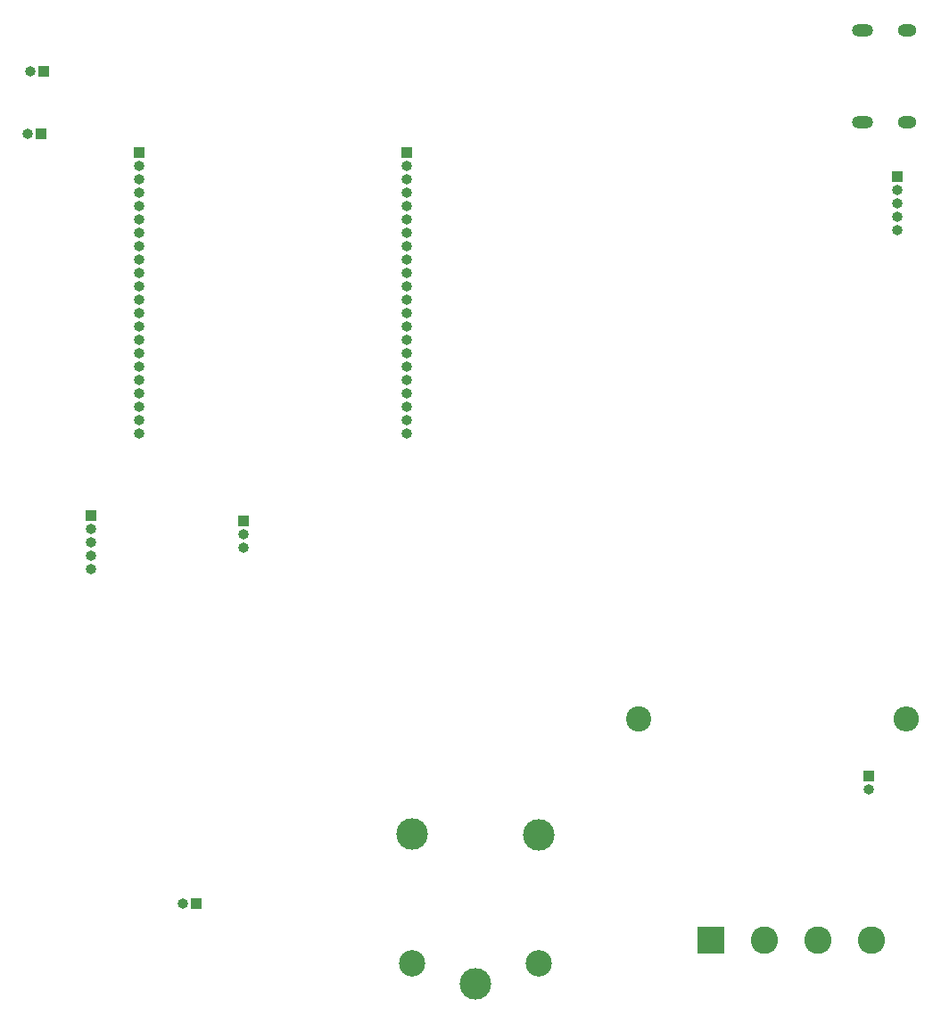
<source format=gbr>
%TF.GenerationSoftware,KiCad,Pcbnew,7.0.1*%
%TF.CreationDate,2023-08-29T13:16:49+02:00*%
%TF.ProjectId,LAS_V1,4c41535f-5631-42e6-9b69-6361645f7063,rev?*%
%TF.SameCoordinates,Original*%
%TF.FileFunction,Copper,L2,Bot*%
%TF.FilePolarity,Positive*%
%FSLAX46Y46*%
G04 Gerber Fmt 4.6, Leading zero omitted, Abs format (unit mm)*
G04 Created by KiCad (PCBNEW 7.0.1) date 2023-08-29 13:16:49*
%MOMM*%
%LPD*%
G01*
G04 APERTURE LIST*
%TA.AperFunction,ComponentPad*%
%ADD10O,1.000000X1.000000*%
%TD*%
%TA.AperFunction,ComponentPad*%
%ADD11R,1.000000X1.000000*%
%TD*%
%TA.AperFunction,ComponentPad*%
%ADD12C,2.400000*%
%TD*%
%TA.AperFunction,ComponentPad*%
%ADD13O,2.400000X2.400000*%
%TD*%
%TA.AperFunction,ComponentPad*%
%ADD14C,3.000000*%
%TD*%
%TA.AperFunction,ComponentPad*%
%ADD15C,2.500000*%
%TD*%
%TA.AperFunction,ComponentPad*%
%ADD16O,2.000000X1.200000*%
%TD*%
%TA.AperFunction,ComponentPad*%
%ADD17O,1.800000X1.200000*%
%TD*%
%TA.AperFunction,ComponentPad*%
%ADD18R,2.600000X2.600000*%
%TD*%
%TA.AperFunction,ComponentPad*%
%ADD19C,2.600000*%
%TD*%
G04 APERTURE END LIST*
D10*
%TO.P,SW2,2,2*%
%TO.N,/CHIP_PU*%
X98730000Y-61510000D03*
D11*
%TO.P,SW2,1,1*%
%TO.N,GND*%
X100000000Y-61510000D03*
%TD*%
D10*
%TO.P,SW1,2,2*%
%TO.N,/BOOT_SEL*%
X98480000Y-67510000D03*
D11*
%TO.P,SW1,1,1*%
%TO.N,GND*%
X99750000Y-67510000D03*
%TD*%
D12*
%TO.P,R17,1*%
%TO.N,Net-(D8-+)*%
X156500000Y-123000000D03*
D13*
%TO.P,R17,2*%
%TO.N,Net-(D11-K)*%
X181900000Y-123000000D03*
%TD*%
D14*
%TO.P,K1,1*%
%TO.N,/LIVE*%
X140950000Y-148150000D03*
D15*
%TO.P,K1,2*%
%TO.N,/VBus*%
X147000000Y-146200000D03*
D14*
%TO.P,K1,3*%
%TO.N,/N01*%
X147000000Y-134000000D03*
%TO.P,K1,4*%
%TO.N,/NC1*%
X134950000Y-133950000D03*
D15*
%TO.P,K1,5*%
%TO.N,Net-(D6-K)*%
X135000000Y-146200000D03*
%TD*%
D11*
%TO.P,J9,1,Pin_1*%
%TO.N,Net-(J9-Pin_1)*%
X178300000Y-128450000D03*
D10*
%TO.P,J9,2,Pin_2*%
%TO.N,/LIVE*%
X178300000Y-129720000D03*
%TD*%
D11*
%TO.P,J8,1,Pin_1*%
%TO.N,Net-(J8-Pin_1)*%
X181000000Y-71500000D03*
D10*
%TO.P,J8,2,Pin_2*%
%TO.N,Net-(J8-Pin_2)*%
X181000000Y-72770000D03*
%TO.P,J8,3,Pin_3*%
%TO.N,/TXD0*%
X181000000Y-74040000D03*
%TO.P,J8,4,Pin_4*%
%TO.N,/RXD0*%
X181000000Y-75310000D03*
%TO.P,J8,5,Pin_5*%
%TO.N,/VBus*%
X181000000Y-76580000D03*
%TD*%
D16*
%TO.P,J7,0*%
%TO.N,N/C*%
X177745500Y-66325000D03*
%TO.P,J7,1*%
X177745500Y-57675000D03*
D17*
%TO.P,J7,2*%
X181925500Y-57675000D03*
%TO.P,J7,3*%
X181925500Y-66325000D03*
%TD*%
D11*
%TO.P,J6,1,Pin_1*%
%TO.N,/GPIO6*%
X114500000Y-140500000D03*
D10*
%TO.P,J6,2,Pin_2*%
%TO.N,Net-(J6-Pin_2)*%
X113230000Y-140500000D03*
%TD*%
D11*
%TO.P,J5,1,Pin_1*%
%TO.N,GND*%
X134450000Y-69250000D03*
D10*
%TO.P,J5,2,Pin_2*%
%TO.N,/TXD0*%
X134450000Y-70520000D03*
%TO.P,J5,3,Pin_3*%
%TO.N,/RXD0*%
X134450000Y-71790000D03*
%TO.P,J5,4,Pin_4*%
%TO.N,/GPIO1*%
X134450000Y-73060000D03*
%TO.P,J5,5,Pin_5*%
%TO.N,/GPIO2*%
X134450000Y-74330000D03*
%TO.P,J5,6,Pin_6*%
%TO.N,/GPIO42*%
X134450000Y-75600000D03*
%TO.P,J5,7,Pin_7*%
%TO.N,/GPIO41*%
X134450000Y-76870000D03*
%TO.P,J5,8,Pin_8*%
%TO.N,/GPIO40*%
X134450000Y-78140000D03*
%TO.P,J5,9,Pin_9*%
%TO.N,/GPIO39*%
X134450000Y-79410000D03*
%TO.P,J5,10,Pin_10*%
%TO.N,/GPIO38*%
X134450000Y-80680000D03*
%TO.P,J5,11,Pin_11*%
%TO.N,/GPIO37*%
X134450000Y-81950000D03*
%TO.P,J5,12,Pin_12*%
%TO.N,/GPIO36*%
X134450000Y-83220000D03*
%TO.P,J5,13,Pin_13*%
%TO.N,/GPIO35*%
X134450000Y-84490000D03*
%TO.P,J5,14,Pin_14*%
%TO.N,/BOOT_SEL*%
X134450000Y-85760000D03*
%TO.P,J5,15,Pin_15*%
%TO.N,/GPIO45*%
X134450000Y-87030000D03*
%TO.P,J5,16,Pin_16*%
%TO.N,/GPIO48*%
X134450000Y-88300000D03*
%TO.P,J5,17,Pin_17*%
%TO.N,/GPIO47*%
X134450000Y-89570000D03*
%TO.P,J5,18,Pin_18*%
%TO.N,/GPIO21*%
X134450000Y-90840000D03*
%TO.P,J5,19,Pin_19*%
%TO.N,/GPIO20*%
X134450000Y-92110000D03*
%TO.P,J5,20,Pin_20*%
%TO.N,/GPIO19*%
X134450000Y-93380000D03*
%TO.P,J5,21,Pin_21*%
%TO.N,GND*%
X134450000Y-94650000D03*
%TO.P,J5,22,Pin_22*%
X134450000Y-95920000D03*
%TD*%
%TO.P,J4,22,Pin_22*%
%TO.N,unconnected-(J4-Pin_22-Pad22)*%
X109050000Y-95920000D03*
%TO.P,J4,21,Pin_21*%
%TO.N,unconnected-(J4-Pin_21-Pad21)*%
X109050000Y-94650000D03*
%TO.P,J4,20,Pin_20*%
%TO.N,/GPIO14*%
X109050000Y-93380000D03*
%TO.P,J4,19,Pin_19*%
%TO.N,/GPIO13*%
X109050000Y-92110000D03*
%TO.P,J4,18,Pin_18*%
%TO.N,/GPIO12*%
X109050000Y-90840000D03*
%TO.P,J4,17,Pin_17*%
%TO.N,/GPIO11*%
X109050000Y-89570000D03*
%TO.P,J4,16,Pin_16*%
%TO.N,/GPIO10*%
X109050000Y-88300000D03*
%TO.P,J4,15,Pin_15*%
%TO.N,/GPIO9*%
X109050000Y-87030000D03*
%TO.P,J4,14,Pin_14*%
%TO.N,/GPIO46*%
X109050000Y-85760000D03*
%TO.P,J4,13,Pin_13*%
%TO.N,/GPIO3*%
X109050000Y-84490000D03*
%TO.P,J4,12,Pin_12*%
%TO.N,/GPIO8*%
X109050000Y-83220000D03*
%TO.P,J4,11,Pin_11*%
%TO.N,/GPIO18*%
X109050000Y-81950000D03*
%TO.P,J4,10,Pin_10*%
%TO.N,/GPIO17*%
X109050000Y-80680000D03*
%TO.P,J4,9,Pin_9*%
%TO.N,/GPIO16*%
X109050000Y-79410000D03*
%TO.P,J4,8,Pin_8*%
%TO.N,/GPIO15*%
X109050000Y-78140000D03*
%TO.P,J4,7,Pin_7*%
%TO.N,/AC_Mon_1*%
X109050000Y-76870000D03*
%TO.P,J4,6,Pin_6*%
%TO.N,/GPIO6*%
X109050000Y-75600000D03*
%TO.P,J4,5,Pin_5*%
%TO.N,/DIN_3.3*%
X109050000Y-74330000D03*
%TO.P,J4,4,Pin_4*%
%TO.N,/GPIO4*%
X109050000Y-73060000D03*
%TO.P,J4,3,Pin_3*%
%TO.N,/CHIP_PU*%
X109050000Y-71790000D03*
%TO.P,J4,2,Pin_2*%
%TO.N,/+3.3V*%
X109050000Y-70520000D03*
D11*
%TO.P,J4,1,Pin_1*%
X109050000Y-69250000D03*
%TD*%
%TO.P,J3,1,Pin_1*%
%TO.N,/TX_RFID*%
X104500000Y-103690000D03*
D10*
%TO.P,J3,2,Pin_2*%
%TO.N,unconnected-(J3-Pin_2-Pad2)*%
X104500000Y-104960000D03*
%TO.P,J3,3,Pin_3*%
%TO.N,unconnected-(J3-Pin_3-Pad3)*%
X104500000Y-106230000D03*
%TO.P,J3,4,Pin_4*%
%TO.N,GND*%
X104500000Y-107500000D03*
%TO.P,J3,5,Pin_5*%
%TO.N,/VBus*%
X104500000Y-108770000D03*
%TD*%
D11*
%TO.P,J2,1,Pin_1*%
%TO.N,/+3.3V*%
X119000000Y-104225000D03*
D10*
%TO.P,J2,2,Pin_2*%
%TO.N,/VBus*%
X119000000Y-105495000D03*
%TO.P,J2,3,Pin_3*%
%TO.N,GND*%
X119000000Y-106765000D03*
%TD*%
D18*
%TO.P,J1,1,Pin_1*%
%TO.N,/NEUTRAL*%
X163340000Y-144000000D03*
D19*
%TO.P,J1,2,Pin_2*%
%TO.N,/N01*%
X168420000Y-144000000D03*
%TO.P,J1,3,Pin_3*%
%TO.N,/NC1*%
X173500000Y-144000000D03*
%TO.P,J1,4,Pin_4*%
%TO.N,/LIVE*%
X178580000Y-144000000D03*
%TD*%
M02*

</source>
